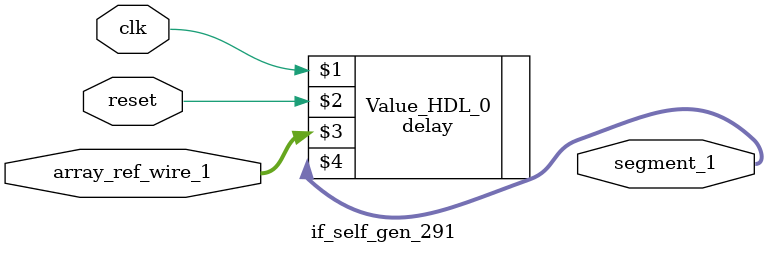
<source format=v>
module if_self_gen_291( input clk, input reset, input [31:0]array_ref_wire_1, output [31:0]segment_1); 
	wire [31:0]segment_1;
	//Proceed with segment_1 = array_ref_wire_1
	delay Value_HDL_0 ( clk, reset, array_ref_wire_1, segment_1);
endmodule
</source>
